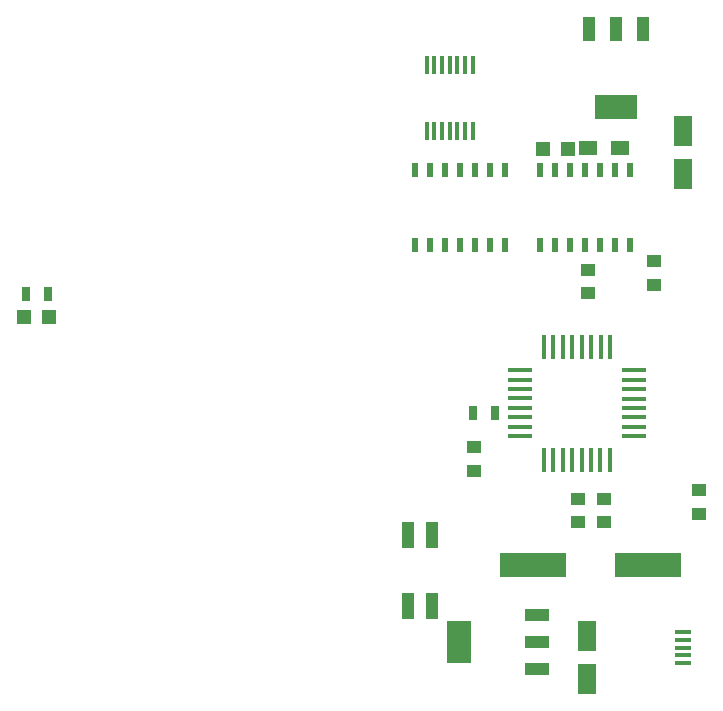
<source format=gtp>
G04 #@! TF.FileFunction,Paste,Top*
%FSLAX46Y46*%
G04 Gerber Fmt 4.6, Leading zero omitted, Abs format (unit mm)*
G04 Created by KiCad (PCBNEW (2014-12-16 BZR 5324)-product) date Monday, 27 April 2015 11:32:26 am*
%MOMM*%
G01*
G04 APERTURE LIST*
%ADD10C,0.100000*%
%ADD11R,1.250000X1.000000*%
%ADD12R,1.198880X1.198880*%
%ADD13R,0.449580X1.998980*%
%ADD14R,1.998980X0.449580*%
%ADD15R,0.700000X1.300000*%
%ADD16R,1.000000X2.250000*%
%ADD17R,5.600700X2.100580*%
%ADD18R,1.600200X2.600960*%
%ADD19R,1.500000X1.300000*%
%ADD20R,0.508000X1.143000*%
%ADD21R,0.300000X1.600000*%
%ADD22R,2.032000X3.657600*%
%ADD23R,2.032000X1.016000*%
%ADD24R,3.657600X2.032000*%
%ADD25R,1.016000X2.032000*%
%ADD26R,1.350000X0.400000*%
G04 APERTURE END LIST*
D10*
D11*
X127762000Y-82058000D03*
X127762000Y-84058000D03*
D12*
X80068420Y-86055200D03*
X82166460Y-86055200D03*
D13*
X129649220Y-98160840D03*
X128849120Y-98160840D03*
X128049020Y-98160840D03*
X127248920Y-98160840D03*
X126448820Y-98160840D03*
X125648720Y-98160840D03*
X124848620Y-98160840D03*
X124048520Y-98160840D03*
X124053600Y-88595200D03*
X129667000Y-88595200D03*
X128854200Y-88595200D03*
X128041400Y-88595200D03*
X127254000Y-88595200D03*
X126441200Y-88595200D03*
X125653800Y-88595200D03*
X124841000Y-88595200D03*
D14*
X122047000Y-96169480D03*
X122047000Y-95371920D03*
X122047000Y-94569280D03*
X122047000Y-93771720D03*
X122047000Y-92969080D03*
X122047000Y-92171520D03*
X122047000Y-91368880D03*
X122047000Y-90571320D03*
X131648200Y-96164400D03*
X131648200Y-95377000D03*
X131648200Y-94564200D03*
X131648200Y-93776800D03*
X131648200Y-92989400D03*
X131648200Y-92176600D03*
X131648200Y-91363800D03*
X131648200Y-90551000D03*
D15*
X80192840Y-84160360D03*
X82092840Y-84160360D03*
X118023600Y-94234000D03*
X119923600Y-94234000D03*
D16*
X112588800Y-110543600D03*
X114588800Y-110543600D03*
X112588800Y-104543600D03*
X114588800Y-104543600D03*
D17*
X123167140Y-107086400D03*
X132864860Y-107086400D03*
D11*
X133362700Y-83334100D03*
X133362700Y-81334100D03*
X126949200Y-103463600D03*
X126949200Y-101463600D03*
X129184400Y-103463600D03*
X129184400Y-101463600D03*
D18*
X127736600Y-113093500D03*
X127736600Y-116695220D03*
X135813800Y-73936860D03*
X135813800Y-70335140D03*
D11*
X118160800Y-97094800D03*
X118160800Y-99094800D03*
X137185400Y-102747320D03*
X137185400Y-100747320D03*
D12*
X126067820Y-71805800D03*
X123969780Y-71805800D03*
D19*
X130534400Y-71780400D03*
X127834400Y-71780400D03*
D20*
X113157000Y-80010000D03*
X114427000Y-80010000D03*
X115697000Y-80010000D03*
X116967000Y-80010000D03*
X118237000Y-80010000D03*
X119507000Y-80010000D03*
X120777000Y-80010000D03*
X120777000Y-73660000D03*
X119507000Y-73660000D03*
X116967000Y-73660000D03*
X115697000Y-73660000D03*
X114427000Y-73660000D03*
X113157000Y-73660000D03*
X118237000Y-73660000D03*
X131318000Y-73660000D03*
X130048000Y-73660000D03*
X128778000Y-73660000D03*
X127508000Y-73660000D03*
X126238000Y-73660000D03*
X124968000Y-73660000D03*
X123698000Y-73660000D03*
X123698000Y-80010000D03*
X124968000Y-80010000D03*
X127508000Y-80010000D03*
X128778000Y-80010000D03*
X130048000Y-80010000D03*
X131318000Y-80010000D03*
X126238000Y-80010000D03*
D21*
X116728000Y-64764000D03*
X117378000Y-64764000D03*
X118028000Y-64764000D03*
X118028000Y-70364000D03*
X117378000Y-70364000D03*
X116728000Y-70364000D03*
X114128000Y-70364000D03*
X114778000Y-70364000D03*
X115428000Y-70364000D03*
X116078000Y-70364000D03*
X116078000Y-64764000D03*
X115428000Y-64764000D03*
X114778000Y-64764000D03*
X114128000Y-64764000D03*
D22*
X116850160Y-113598960D03*
D23*
X123454160Y-113598960D03*
X123454160Y-111312960D03*
X123454160Y-115884960D03*
D24*
X130200400Y-68300600D03*
D25*
X130200400Y-61696600D03*
X127914400Y-61696600D03*
X132486400Y-61696600D03*
D26*
X135826500Y-115379500D03*
X135826500Y-114729500D03*
X135826500Y-114079500D03*
X135826500Y-113429500D03*
X135826500Y-112779500D03*
M02*

</source>
